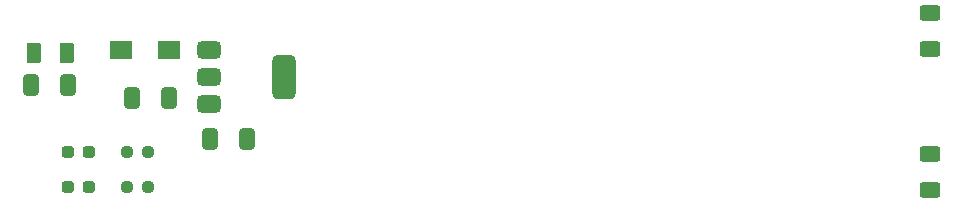
<source format=gbr>
%TF.GenerationSoftware,KiCad,Pcbnew,9.0.0*%
%TF.CreationDate,2025-03-09T21:01:43-04:00*%
%TF.ProjectId,RobocupSwinderPCB,526f626f-6375-4705-9377-696e64657250,1*%
%TF.SameCoordinates,Original*%
%TF.FileFunction,Paste,Top*%
%TF.FilePolarity,Positive*%
%FSLAX46Y46*%
G04 Gerber Fmt 4.6, Leading zero omitted, Abs format (unit mm)*
G04 Created by KiCad (PCBNEW 9.0.0) date 2025-03-09 21:01:43*
%MOMM*%
%LPD*%
G01*
G04 APERTURE LIST*
G04 Aperture macros list*
%AMRoundRect*
0 Rectangle with rounded corners*
0 $1 Rounding radius*
0 $2 $3 $4 $5 $6 $7 $8 $9 X,Y pos of 4 corners*
0 Add a 4 corners polygon primitive as box body*
4,1,4,$2,$3,$4,$5,$6,$7,$8,$9,$2,$3,0*
0 Add four circle primitives for the rounded corners*
1,1,$1+$1,$2,$3*
1,1,$1+$1,$4,$5*
1,1,$1+$1,$6,$7*
1,1,$1+$1,$8,$9*
0 Add four rect primitives between the rounded corners*
20,1,$1+$1,$2,$3,$4,$5,0*
20,1,$1+$1,$4,$5,$6,$7,0*
20,1,$1+$1,$6,$7,$8,$9,0*
20,1,$1+$1,$8,$9,$2,$3,0*%
G04 Aperture macros list end*
%ADD10RoundRect,0.250000X0.625000X-0.400000X0.625000X0.400000X-0.625000X0.400000X-0.625000X-0.400000X0*%
%ADD11RoundRect,0.237500X0.287500X0.237500X-0.287500X0.237500X-0.287500X-0.237500X0.287500X-0.237500X0*%
%ADD12RoundRect,0.237500X-0.250000X-0.237500X0.250000X-0.237500X0.250000X0.237500X-0.250000X0.237500X0*%
%ADD13R,1.900000X1.500000*%
%ADD14RoundRect,0.250000X-0.412500X-0.650000X0.412500X-0.650000X0.412500X0.650000X-0.412500X0.650000X0*%
%ADD15RoundRect,0.375000X-0.625000X-0.375000X0.625000X-0.375000X0.625000X0.375000X-0.625000X0.375000X0*%
%ADD16RoundRect,0.500000X-0.500000X-1.400000X0.500000X-1.400000X0.500000X1.400000X-0.500000X1.400000X0*%
%ADD17RoundRect,0.250000X0.412500X0.650000X-0.412500X0.650000X-0.412500X-0.650000X0.412500X-0.650000X0*%
%ADD18RoundRect,0.250000X-0.375000X-0.625000X0.375000X-0.625000X0.375000X0.625000X-0.375000X0.625000X0*%
G04 APERTURE END LIST*
D10*
%TO.C,R1*%
X169075000Y-80650000D03*
X169075000Y-77550000D03*
%TD*%
D11*
%TO.C,D1*%
X97862500Y-89300000D03*
X96112500Y-89300000D03*
%TD*%
D12*
%TO.C,R3*%
X101075000Y-89300000D03*
X102900000Y-89300000D03*
%TD*%
D13*
%TO.C,L1*%
X100550000Y-80700000D03*
X104650000Y-80700000D03*
%TD*%
D14*
%TO.C,C5*%
X108137500Y-88200000D03*
X111262500Y-88200000D03*
%TD*%
D15*
%TO.C,U3*%
X108050000Y-80700000D03*
X108050000Y-83000000D03*
X108050000Y-85300000D03*
D16*
X114350000Y-83000000D03*
%TD*%
D10*
%TO.C,R2*%
X169075000Y-92600000D03*
X169075000Y-89500000D03*
%TD*%
D17*
%TO.C,C4*%
X104662500Y-84800000D03*
X101537500Y-84800000D03*
%TD*%
D18*
%TO.C,F1*%
X93200000Y-81000000D03*
X96000000Y-81000000D03*
%TD*%
D17*
%TO.C,C3*%
X96062500Y-83700000D03*
X92937500Y-83700000D03*
%TD*%
D12*
%TO.C,R4*%
X101075000Y-92300000D03*
X102900000Y-92300000D03*
%TD*%
D11*
%TO.C,D2*%
X97862500Y-92300000D03*
X96112500Y-92300000D03*
%TD*%
M02*

</source>
